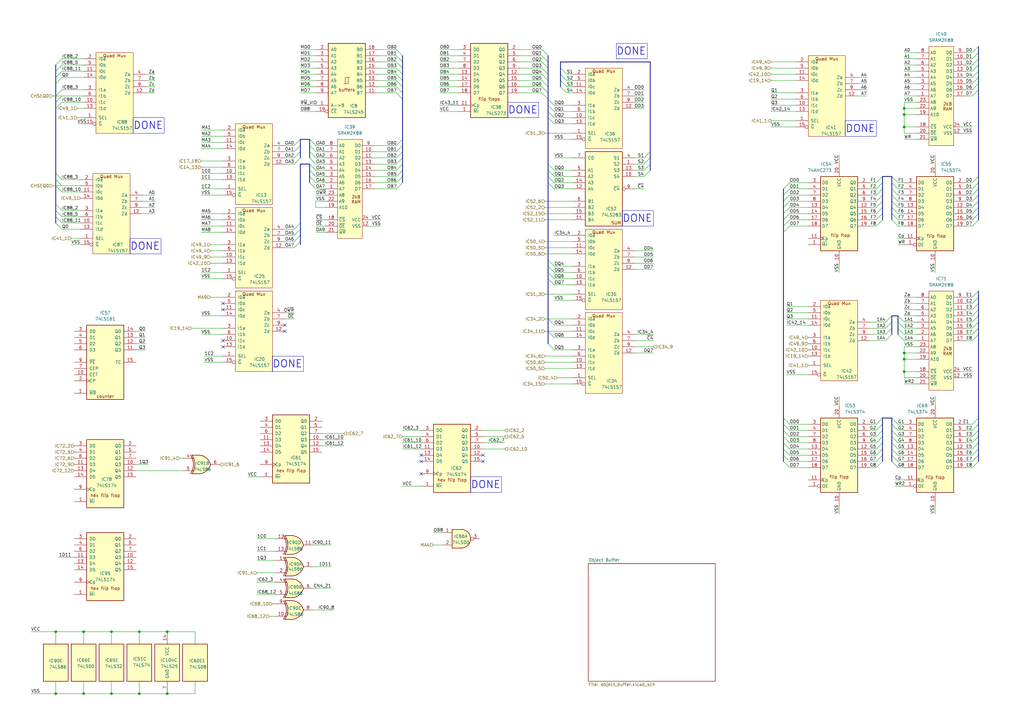
<source format=kicad_sch>
(kicad_sch (version 20231120) (generator "eeschema") (generator_version "8.0")
  (paper "A3")
  (title_block (title "Object RAM") (company "JOTEGO"))
  (junction (at 370.84 152.4))
  (junction (at 22.86 259.08))
  (junction (at 57.15 284.48))
  (junction (at 370.84 144.78))
  (junction (at 57.15 259.08))
  (junction (at 68.58 259.08))
  (junction (at 34.29 259.08))
  (junction (at 370.84 52.07))
  (junction (at 45.72 284.48))
  (junction (at 370.84 147.32))
  (junction (at 370.84 46.99))
  (junction (at 68.58 284.48))
  (junction (at 370.84 44.45))
  (junction (at 45.72 259.08))
  (junction (at 34.29 284.48))
  (junction (at 22.86 284.48))
  (no_connect (at 172.72 189.23))
  (no_connect (at 116.84 135.89))
  (no_connect (at 91.44 142.24))
  (no_connect (at 172.72 194.31))
  (no_connect (at 91.44 139.7))
  (no_connect (at 172.72 186.69))
  (no_connect (at 91.44 127))
  (no_connect (at 91.44 124.46))
  (no_connect (at 198.12 186.69))
  (no_connect (at 198.12 189.23))
  (no_connect (at 116.84 133.35))
  (bus_entry (at 120.65 59.69) (size 2.54 -2.54))
  (bus_entry (at 368.3 181.61) (size -2.54 -2.54))
  (bus_entry (at 398.78 36.83) (size 2.54 -2.54))
  (bus_entry (at 321.31 82.55) (size 2.54 -2.54))
  (bus_entry (at 229.87 35.56) (size 2.54 2.54))
  (bus_entry (at 398.78 127) (size 2.54 -2.54))
  (bus_entry (at 398.78 129.54) (size 2.54 -2.54))
  (bus_entry (at 321.31 173.99) (size 2.54 2.54))
  (bus_entry (at 129.54 67.31) (size -2.54 -2.54))
  (bus_entry (at 368.3 134.62) (size 2.54 2.54))
  (bus_entry (at 120.65 99.06) (size 2.54 -2.54))
  (bus_entry (at 368.3 74.93) (size -2.54 -2.54))
  (bus_entry (at 229.87 30.48) (size 2.54 2.54))
  (bus_entry (at 359.41 186.69) (size 2.54 -2.54))
  (bus_entry (at 264.16 67.31) (size 2.54 -2.54))
  (bus_entry (at 120.65 67.31) (size 2.54 -2.54))
  (bus_entry (at 398.78 134.62) (size 2.54 -2.54))
  (bus_entry (at 368.3 191.77) (size -2.54 -2.54))
  (bus_entry (at 398.78 85.09) (size 2.54 -2.54))
  (bus_entry (at 398.78 181.61) (size 2.54 -2.54))
  (bus_entry (at 368.3 82.55) (size -2.54 -2.54))
  (bus_entry (at 22.86 26.67) (size 2.54 -2.54))
  (bus_entry (at 359.41 181.61) (size 2.54 -2.54))
  (bus_entry (at 398.78 74.93) (size 2.54 -2.54))
  (bus_entry (at 264.16 64.77) (size 2.54 -2.54))
  (bus_entry (at 162.56 35.56) (size 2.54 2.54))
  (bus_entry (at 359.41 87.63) (size 2.54 -2.54))
  (bus_entry (at 359.41 74.93) (size 2.54 -2.54))
  (bus_entry (at 162.56 22.86) (size 2.54 2.54))
  (bus_entry (at 359.41 179.07) (size 2.54 -2.54))
  (bus_entry (at 368.3 173.99) (size -2.54 -2.54))
  (bus_entry (at 398.78 189.23) (size 2.54 -2.54))
  (bus_entry (at 321.31 85.09) (size 2.54 -2.54))
  (bus_entry (at 398.78 24.13) (size 2.54 -2.54))
  (bus_entry (at 398.78 39.37) (size 2.54 -2.54))
  (bus_entry (at 321.31 181.61) (size 2.54 2.54))
  (bus_entry (at 22.86 91.44) (size 2.54 2.54))
  (bus_entry (at 129.54 64.77) (size -2.54 -2.54))
  (bus_entry (at 224.79 106.68) (size 2.54 2.54))
  (bus_entry (at 127 67.31) (size 2.54 2.54))
  (bus_entry (at 224.79 69.85) (size 2.54 2.54))
  (bus_entry (at 398.78 77.47) (size 2.54 -2.54))
  (bus_entry (at 321.31 87.63) (size 2.54 -2.54))
  (bus_entry (at 368.3 129.54) (size 2.54 2.54))
  (bus_entry (at 162.56 27.94) (size 2.54 2.54))
  (bus_entry (at 222.25 27.94) (size 2.54 2.54))
  (bus_entry (at 321.31 179.07) (size 2.54 2.54))
  (bus_entry (at 222.25 25.4) (size 2.54 2.54))
  (bus_entry (at 222.25 20.32) (size 2.54 2.54))
  (bus_entry (at 22.86 88.9) (size 2.54 2.54))
  (bus_entry (at 363.22 139.7) (size 2.54 -2.54))
  (bus_entry (at 368.3 132.08) (size 2.54 2.54))
  (bus_entry (at 368.3 92.71) (size -2.54 -2.54))
  (bus_entry (at 398.78 176.53) (size 2.54 -2.54))
  (bus_entry (at 398.78 139.7) (size 2.54 -2.54))
  (bus_entry (at 398.78 137.16) (size 2.54 -2.54))
  (bus_entry (at 22.86 83.82) (size 2.54 2.54))
  (bus_entry (at 398.78 87.63) (size 2.54 -2.54))
  (bus_entry (at 321.31 80.01) (size 2.54 -2.54))
  (bus_entry (at 162.56 77.47) (size 2.54 -2.54))
  (bus_entry (at 222.25 22.86) (size 2.54 2.54))
  (bus_entry (at 224.79 135.89) (size 2.54 2.54))
  (bus_entry (at 22.86 34.29) (size 2.54 -2.54))
  (bus_entry (at 162.56 20.32) (size 2.54 2.54))
  (bus_entry (at 162.56 72.39) (size 2.54 -2.54))
  (bus_entry (at 224.79 40.64) (size 2.54 2.54))
  (bus_entry (at 321.31 184.15) (size 2.54 2.54))
  (bus_entry (at 359.41 191.77) (size 2.54 -2.54))
  (bus_entry (at 359.41 77.47) (size 2.54 -2.54))
  (bus_entry (at 398.78 26.67) (size 2.54 -2.54))
  (bus_entry (at 368.3 87.63) (size -2.54 -2.54))
  (bus_entry (at 129.54 62.23) (size -2.54 -2.54))
  (bus_entry (at 363.22 132.08) (size 2.54 -2.54))
  (bus_entry (at 368.3 80.01) (size -2.54 -2.54))
  (bus_entry (at 162.56 25.4) (size 2.54 2.54))
  (bus_entry (at 229.87 27.94) (size 2.54 2.54))
  (bus_entry (at 127 74.93) (size 2.54 2.54))
  (bus_entry (at 398.78 80.01) (size 2.54 -2.54))
  (bus_entry (at 224.79 111.76) (size 2.54 2.54))
  (bus_entry (at 22.86 71.12) (size 2.54 2.54))
  (bus_entry (at 398.78 90.17) (size 2.54 -2.54))
  (bus_entry (at 129.54 59.69) (size -2.54 -2.54))
  (bus_entry (at 162.56 64.77) (size 2.54 -2.54))
  (bus_entry (at 120.65 101.6) (size 2.54 -2.54))
  (bus_entry (at 398.78 82.55) (size 2.54 -2.54))
  (bus_entry (at 224.79 109.22) (size 2.54 2.54))
  (bus_entry (at 321.31 95.25) (size 2.54 -2.54))
  (bus_entry (at 22.86 44.45) (size 2.54 -2.54))
  (bus_entry (at 398.78 31.75) (size 2.54 -2.54))
  (bus_entry (at 368.3 77.47) (size -2.54 -2.54))
  (bus_entry (at 162.56 69.85) (size 2.54 -2.54))
  (bus_entry (at 222.25 30.48) (size 2.54 2.54))
  (bus_entry (at 368.3 179.07) (size -2.54 -2.54))
  (bus_entry (at 359.41 184.15) (size 2.54 -2.54))
  (bus_entry (at 229.87 33.02) (size 2.54 2.54))
  (bus_entry (at 398.78 121.92) (size 2.54 -2.54))
  (bus_entry (at 224.79 130.81) (size 2.54 2.54))
  (bus_entry (at 359.41 189.23) (size 2.54 -2.54))
  (bus_entry (at 398.78 179.07) (size 2.54 -2.54))
  (bus_entry (at 368.3 176.53) (size -2.54 -2.54))
  (bus_entry (at 22.86 86.36) (size 2.54 2.54))
  (bus_entry (at 363.22 137.16) (size 2.54 -2.54))
  (bus_entry (at 321.31 77.47) (size 2.54 -2.54))
  (bus_entry (at 321.31 189.23) (size 2.54 2.54))
  (bus_entry (at 321.31 186.69) (size 2.54 2.54))
  (bus_entry (at 321.31 176.53) (size 2.54 2.54))
  (bus_entry (at 368.3 85.09) (size -2.54 -2.54))
  (bus_entry (at 368.3 137.16) (size 2.54 2.54))
  (bus_entry (at 120.65 64.77) (size 2.54 -2.54))
  (bus_entry (at 127 72.39) (size 2.54 2.54))
  (bus_entry (at 398.78 184.15) (size 2.54 -2.54))
  (bus_entry (at 264.16 69.85) (size 2.54 -2.54))
  (bus_entry (at 398.78 124.46) (size 2.54 -2.54))
  (bus_entry (at 359.41 173.99) (size 2.54 -2.54))
  (bus_entry (at 363.22 134.62) (size 2.54 -2.54))
  (bus_entry (at 321.31 92.71) (size 2.54 -2.54))
  (bus_entry (at 162.56 33.02) (size 2.54 2.54))
  (bus_entry (at 162.56 67.31) (size 2.54 -2.54))
  (bus_entry (at 398.78 186.69) (size 2.54 -2.54))
  (bus_entry (at 359.41 90.17) (size 2.54 -2.54))
  (bus_entry (at 162.56 59.69) (size 2.54 -2.54))
  (bus_entry (at 398.78 34.29) (size 2.54 -2.54))
  (bus_entry (at 368.3 184.15) (size -2.54 -2.54))
  (bus_entry (at 162.56 38.1) (size 2.54 2.54))
  (bus_entry (at 22.86 31.75) (size 2.54 -2.54))
  (bus_entry (at 368.3 90.17) (size -2.54 -2.54))
  (bus_entry (at 22.86 39.37) (size 2.54 -2.54))
  (bus_entry (at 224.79 72.39) (size 2.54 2.54))
  (bus_entry (at 368.3 186.69) (size -2.54 -2.54))
  (bus_entry (at 224.79 48.26) (size 2.54 2.54))
  (bus_entry (at 359.41 92.71) (size 2.54 -2.54))
  (bus_entry (at 368.3 189.23) (size -2.54 -2.54))
  (bus_entry (at 224.79 45.72) (size 2.54 2.54))
  (bus_entry (at 22.86 73.66) (size 2.54 2.54))
  (bus_entry (at 398.78 132.08) (size 2.54 -2.54))
  (bus_entry (at 127 69.85) (size 2.54 2.54))
  (bus_entry (at 120.65 93.98) (size 2.54 -2.54))
  (bus_entry (at 22.86 41.91) (size 2.54 -2.54))
  (bus_entry (at 224.79 74.93) (size 2.54 2.54))
  (bus_entry (at 321.31 171.45) (size 2.54 2.54))
  (bus_entry (at 398.78 29.21) (size 2.54 -2.54))
  (bus_entry (at 120.65 96.52) (size 2.54 -2.54))
  (bus_entry (at 359.41 82.55) (size 2.54 -2.54))
  (bus_entry (at 222.25 35.56) (size 2.54 2.54))
  (bus_entry (at 162.56 30.48) (size 2.54 2.54))
  (bus_entry (at 359.41 80.01) (size 2.54 -2.54))
  (bus_entry (at 264.16 72.39) (size 2.54 -2.54))
  (bus_entry (at 359.41 176.53) (size 2.54 -2.54))
  (bus_entry (at 22.86 29.21) (size 2.54 -2.54))
  (bus_entry (at 224.79 140.97) (size 2.54 2.54))
  (bus_entry (at 398.78 191.77) (size 2.54 -2.54))
  (bus_entry (at 222.25 38.1) (size 2.54 2.54))
  (bus_entry (at 162.56 74.93) (size 2.54 -2.54))
  (bus_entry (at 398.78 173.99) (size 2.54 -2.54))
  (bus_entry (at 398.78 21.59) (size 2.54 -2.54))
  (bus_entry (at 321.31 90.17) (size 2.54 -2.54))
  (bus_entry (at 22.86 76.2) (size 2.54 2.54))
  (bus_entry (at 162.56 62.23) (size 2.54 -2.54))
  (bus_entry (at 398.78 92.71) (size 2.54 -2.54))
  (bus_entry (at 224.79 114.3) (size 2.54 2.54))
  (bus_entry (at 224.79 43.18) (size 2.54 2.54))
  (bus_entry (at 224.79 67.31) (size 2.54 2.54))
  (bus_entry (at 222.25 33.02) (size 2.54 2.54))
  (bus_entry (at 120.65 62.23) (size 2.54 -2.54))
  (bus_entry (at 359.41 85.09) (size 2.54 -2.54))
  (wire (pts (xy 398.78 176.53) (xy 396.24 176.53)))
  (bus (pts (xy 401.32 29.21) (xy 401.32 31.75)))
  (wire (pts (xy 316.23 43.18) (xy 326.39 43.18)))
  (bus (pts (xy 365.76 171.45) (xy 361.95 171.45)))
  (wire (pts (xy 322.58 125.73) (xy 331.47 125.73)))
  (wire (pts (xy 116.84 96.52) (xy 120.65 96.52)))
  (wire (pts (xy 154.94 33.02) (xy 162.56 33.02)))
  (wire (pts (xy 101.6 195.58) (xy 106.68 195.58)))
  (wire (pts (xy 120.65 67.31) (xy 116.84 67.31)))
  (wire (pts (xy 12.7 259.08) (xy 22.86 259.08)))
  (wire (pts (xy 344.17 63.5) (xy 344.17 67.31)))
  (wire (pts (xy 375.92 41.91) (xy 370.84 41.91)))
  (wire (pts (xy 370.84 41.91) (xy 370.84 44.45)))
  (wire (pts (xy 22.86 76.2) (xy 25.4 76.2)))
  (bus (pts (xy 321.31 179.07) (xy 321.31 181.61)))
  (bus (pts (xy 401.32 24.13) (xy 401.32 26.67)))
  (wire (pts (xy 129.54 72.39) (xy 133.35 72.39)))
  (wire (pts (xy 82.55 137.16) (xy 91.44 137.16)))
  (wire (pts (xy 370.84 54.61) (xy 375.92 54.61)))
  (bus (pts (xy 165.1 69.85) (xy 165.1 72.39)))
  (wire (pts (xy 83.82 146.05) (xy 91.44 146.05)))
  (bus (pts (xy 123.19 57.15) (xy 127 57.15)))
  (wire (pts (xy 398.78 29.21) (xy 396.24 29.21)))
  (wire (pts (xy 359.41 191.77) (xy 356.87 191.77)))
  (bus (pts (xy 22.86 71.12) (xy 22.86 73.66)))
  (wire (pts (xy 227.33 72.39) (xy 234.95 72.39)))
  (wire (pts (xy 223.52 85.09) (xy 234.95 85.09)))
  (bus (pts (xy 401.32 80.01) (xy 401.32 82.55)))
  (wire (pts (xy 359.41 181.61) (xy 356.87 181.61)))
  (bus (pts (xy 229.87 27.94) (xy 229.87 30.48)))
  (bus (pts (xy 401.32 137.16) (xy 401.32 171.45)))
  (wire (pts (xy 363.22 137.16) (xy 356.87 137.16)))
  (wire (pts (xy 57.15 259.08) (xy 68.58 259.08)))
  (wire (pts (xy 63.5 33.02) (xy 59.69 33.02)))
  (bus (pts (xy 365.76 87.63) (xy 365.76 85.09)))
  (wire (pts (xy 180.34 43.18) (xy 187.96 43.18)))
  (wire (pts (xy 82.55 87.63) (xy 91.44 87.63)))
  (wire (pts (xy 370.84 121.92) (xy 375.92 121.92)))
  (bus (pts (xy 365.76 74.93) (xy 365.76 72.39)))
  (wire (pts (xy 156.21 92.71) (xy 151.13 92.71)))
  (bus (pts (xy 127 69.85) (xy 127 67.31)))
  (bus (pts (xy 229.87 33.02) (xy 229.87 35.56)))
  (wire (pts (xy 80.01 284.48) (xy 68.58 284.48)))
  (bus (pts (xy 368.3 129.54) (xy 368.3 132.08)))
  (wire (pts (xy 370.84 24.13) (xy 375.92 24.13)))
  (wire (pts (xy 105.41 243.84) (xy 113.03 243.84)))
  (wire (pts (xy 370.84 129.54) (xy 375.92 129.54)))
  (wire (pts (xy 227.33 143.51) (xy 234.95 143.51)))
  (wire (pts (xy 45.72 284.48) (xy 57.15 284.48)))
  (wire (pts (xy 368.3 97.79) (xy 370.84 97.79)))
  (bus (pts (xy 401.32 87.63) (xy 401.32 90.17)))
  (wire (pts (xy 63.5 38.1) (xy 59.69 38.1)))
  (wire (pts (xy 323.85 82.55) (xy 331.47 82.55)))
  (bus (pts (xy 321.31 90.17) (xy 321.31 92.71)))
  (wire (pts (xy 207.01 184.15) (xy 198.12 184.15)))
  (bus (pts (xy 224.79 106.68) (xy 224.79 109.22)))
  (bus (pts (xy 127 62.23) (xy 127 64.77)))
  (wire (pts (xy 260.35 72.39) (xy 264.16 72.39)))
  (wire (pts (xy 316.23 25.4) (xy 326.39 25.4)))
  (wire (pts (xy 153.67 64.77) (xy 162.56 64.77)))
  (wire (pts (xy 223.52 104.14) (xy 234.95 104.14)))
  (wire (pts (xy 82.55 55.88) (xy 91.44 55.88)))
  (bus (pts (xy 123.19 91.44) (xy 123.19 93.98)))
  (bus (pts (xy 401.32 124.46) (xy 401.32 121.92)))
  (bus (pts (xy 401.32 21.59) (xy 401.32 24.13)))
  (wire (pts (xy 375.92 142.24) (xy 370.84 142.24)))
  (wire (pts (xy 22.86 279.4) (xy 22.86 284.48)))
  (wire (pts (xy 398.78 90.17) (xy 396.24 90.17)))
  (wire (pts (xy 55.88 193.04) (xy 74.93 193.04)))
  (wire (pts (xy 34.29 279.4) (xy 34.29 284.48)))
  (wire (pts (xy 123.19 27.94) (xy 129.54 27.94)))
  (wire (pts (xy 398.78 36.83) (xy 396.24 36.83)))
  (wire (pts (xy 267.97 142.24) (xy 260.35 142.24)))
  (wire (pts (xy 129.54 85.09) (xy 133.35 85.09)))
  (wire (pts (xy 123.19 33.02) (xy 129.54 33.02)))
  (wire (pts (xy 129.54 62.23) (xy 133.35 62.23)))
  (wire (pts (xy 31.75 44.45) (xy 34.29 44.45)))
  (bus (pts (xy 123.19 64.77) (xy 123.19 62.23)))
  (wire (pts (xy 123.19 35.56) (xy 129.54 35.56)))
  (wire (pts (xy 177.8 218.44) (xy 181.61 218.44)))
  (wire (pts (xy 368.3 173.99) (xy 370.84 173.99)))
  (wire (pts (xy 368.3 191.77) (xy 370.84 191.77)))
  (wire (pts (xy 232.41 38.1) (xy 234.95 38.1)))
  (wire (pts (xy 59.69 143.51) (xy 55.88 143.51)))
  (bus (pts (xy 321.31 80.01) (xy 321.31 82.55)))
  (bus (pts (xy 123.19 93.98) (xy 123.19 96.52)))
  (wire (pts (xy 370.84 36.83) (xy 375.92 36.83)))
  (wire (pts (xy 129.54 90.17) (xy 133.35 90.17)))
  (wire (pts (xy 322.58 153.67) (xy 331.47 153.67)))
  (wire (pts (xy 398.78 127) (xy 396.24 127)))
  (bus (pts (xy 165.1 35.56) (xy 165.1 38.1)))
  (wire (pts (xy 398.78 85.09) (xy 396.24 85.09)))
  (bus (pts (xy 401.32 171.45) (xy 401.32 173.99)))
  (bus (pts (xy 165.1 67.31) (xy 165.1 69.85)))
  (wire (pts (xy 359.41 179.07) (xy 356.87 179.07)))
  (wire (pts (xy 370.84 144.78) (xy 375.92 144.78)))
  (wire (pts (xy 59.69 138.43) (xy 55.88 138.43)))
  (wire (pts (xy 398.78 82.55) (xy 396.24 82.55)))
  (wire (pts (xy 222.25 33.02) (xy 213.36 33.02)))
  (bus (pts (xy 368.3 134.62) (xy 368.3 137.16)))
  (wire (pts (xy 57.15 284.48) (xy 68.58 284.48)))
  (wire (pts (xy 368.3 85.09) (xy 370.84 85.09)))
  (bus (pts (xy 401.32 36.83) (xy 401.32 72.39)))
  (wire (pts (xy 153.67 62.23) (xy 162.56 62.23)))
  (wire (pts (xy 355.6 31.75) (xy 351.79 31.75)))
  (bus (pts (xy 123.19 67.31) (xy 123.19 91.44)))
  (wire (pts (xy 24.13 228.6) (xy 30.48 228.6)))
  (wire (pts (xy 222.25 27.94) (xy 213.36 27.94)))
  (wire (pts (xy 223.52 54.61) (xy 234.95 54.61)))
  (wire (pts (xy 398.78 129.54) (xy 396.24 129.54)))
  (bus (pts (xy 361.95 173.99) (xy 361.95 176.53)))
  (wire (pts (xy 73.66 187.96) (xy 74.93 187.96)))
  (bus (pts (xy 401.32 74.93) (xy 401.32 77.47)))
  (bus (pts (xy 365.76 176.53) (xy 365.76 173.99)))
  (wire (pts (xy 363.22 134.62) (xy 356.87 134.62)))
  (wire (pts (xy 359.41 92.71) (xy 356.87 92.71)))
  (wire (pts (xy 180.34 30.48) (xy 187.96 30.48)))
  (wire (pts (xy 368.3 181.61) (xy 370.84 181.61)))
  (wire (pts (xy 154.94 38.1) (xy 162.56 38.1)))
  (bus (pts (xy 365.76 173.99) (xy 365.76 171.45)))
  (bus (pts (xy 165.1 38.1) (xy 165.1 40.64)))
  (bus (pts (xy 361.95 80.01) (xy 361.95 82.55)))
  (wire (pts (xy 153.67 77.47) (xy 162.56 77.47)))
  (wire (pts (xy 401.32 31.75) (xy 401.32 34.29)))
  (wire (pts (xy 22.86 284.48) (xy 34.29 284.48)))
  (wire (pts (xy 129.54 69.85) (xy 133.35 69.85)))
  (bus (pts (xy 361.95 87.63) (xy 361.95 90.17)))
  (bus (pts (xy 224.79 130.81) (xy 224.79 135.89)))
  (wire (pts (xy 123.19 20.32) (xy 129.54 20.32)))
  (wire (pts (xy 316.23 52.07) (xy 326.39 52.07)))
  (wire (pts (xy 12.7 284.48) (xy 22.86 284.48)))
  (wire (pts (xy 398.78 137.16) (xy 396.24 137.16)))
  (bus (pts (xy 321.31 173.99) (xy 321.31 176.53)))
  (wire (pts (xy 359.41 77.47) (xy 356.87 77.47)))
  (wire (pts (xy 82.55 53.34) (xy 91.44 53.34)))
  (wire (pts (xy 398.78 186.69) (xy 396.24 186.69)))
  (wire (pts (xy 227.33 133.35) (xy 234.95 133.35)))
  (wire (pts (xy 398.78 134.62) (xy 396.24 134.62)))
  (wire (pts (xy 86.36 100.33) (xy 91.44 100.33)))
  (bus (pts (xy 224.79 38.1) (xy 224.79 40.64)))
  (wire (pts (xy 267.97 137.16) (xy 260.35 137.16)))
  (wire (pts (xy 367.03 199.39) (xy 370.84 199.39)))
  (wire (pts (xy 323.85 173.99) (xy 331.47 173.99)))
  (wire (pts (xy 363.22 132.08) (xy 356.87 132.08)))
  (bus (pts (xy 224.79 33.02) (xy 224.79 35.56)))
  (wire (pts (xy 370.84 124.46) (xy 375.92 124.46)))
  (wire (pts (xy 264.16 44.45) (xy 260.35 44.45)))
  (wire (pts (xy 153.67 72.39) (xy 162.56 72.39)))
  (wire (pts (xy 222.25 35.56) (xy 213.36 35.56)))
  (bus (pts (xy 266.7 69.85) (xy 266.7 67.31)))
  (wire (pts (xy 86.36 102.87) (xy 91.44 102.87)))
  (wire (pts (xy 316.23 45.72) (xy 326.39 45.72)))
  (bus (pts (xy 401.32 176.53) (xy 401.32 179.07)))
  (bus (pts (xy 401.32 19.05) (xy 401.32 21.59)))
  (wire (pts (xy 222.25 20.32) (xy 213.36 20.32)))
  (wire (pts (xy 86.36 121.92) (xy 91.44 121.92)))
  (wire (pts (xy 22.86 39.37) (xy 25.4 39.37)))
  (wire (pts (xy 398.78 87.63) (xy 396.24 87.63)))
  (wire (pts (xy 323.85 176.53) (xy 331.47 176.53)))
  (wire (pts (xy 31.75 50.8) (xy 34.29 50.8)))
  (wire (pts (xy 111.76 247.65) (xy 113.03 247.65)))
  (wire (pts (xy 207.01 181.61) (xy 198.12 181.61)))
  (wire (pts (xy 267.97 110.49) (xy 260.35 110.49)))
  (wire (pts (xy 116.84 101.6) (xy 120.65 101.6)))
  (wire (pts (xy 78.74 134.62) (xy 91.44 134.62)))
  (bus (pts (xy 365.76 72.39) (xy 361.95 72.39)))
  (wire (pts (xy 323.85 74.93) (xy 331.47 74.93)))
  (bus (pts (xy 361.95 72.39) (xy 361.95 74.93)))
  (wire (pts (xy 368.3 77.47) (xy 370.84 77.47)))
  (wire (pts (xy 370.84 154.94) (xy 375.92 154.94)))
  (wire (pts (xy 227.33 96.52) (xy 234.95 96.52)))
  (wire (pts (xy 398.78 24.13) (xy 396.24 24.13)))
  (wire (pts (xy 359.41 176.53) (xy 356.87 176.53)))
  (bus (pts (xy 224.79 74.93) (xy 224.79 106.68)))
  (wire (pts (xy 105.41 226.06) (xy 113.03 226.06)))
  (wire (pts (xy 154.94 27.94) (xy 162.56 27.94)))
  (wire (pts (xy 57.15 264.16) (xy 57.15 259.08)))
  (bus (pts (xy 401.32 34.29) (xy 401.32 36.83)))
  (wire (pts (xy 393.7 52.07) (xy 398.78 52.07)))
  (wire (pts (xy 180.34 33.02) (xy 187.96 33.02)))
  (bus (pts (xy 165.1 40.64) (xy 165.1 57.15)))
  (bus (pts (xy 165.1 25.4) (xy 165.1 27.94)))
  (bus (pts (xy 127 59.69) (xy 127 62.23)))
  (wire (pts (xy 153.67 67.31) (xy 162.56 67.31)))
  (wire (pts (xy 223.52 146.05) (xy 234.95 146.05)))
  (bus (pts (xy 401.32 129.54) (xy 401.32 127)))
  (wire (pts (xy 25.4 91.44) (xy 33.02 91.44)))
  (bus (pts (xy 224.79 40.64) (xy 224.79 43.18)))
  (wire (pts (xy 180.34 27.94) (xy 187.96 27.94)))
  (bus (pts (xy 361.95 74.93) (xy 361.95 77.47)))
  (wire (pts (xy 228.6 154.94) (xy 234.95 154.94)))
  (wire (pts (xy 227.33 111.76) (xy 234.95 111.76)))
  (wire (pts (xy 110.49 252.73) (xy 113.03 252.73)))
  (wire (pts (xy 25.4 73.66) (xy 33.02 73.66)))
  (wire (pts (xy 368.3 90.17) (xy 370.84 90.17)))
  (wire (pts (xy 123.19 43.18) (xy 129.54 43.18)))
  (wire (pts (xy 370.84 137.16) (xy 375.92 137.16)))
  (wire (pts (xy 82.55 90.17) (xy 91.44 90.17)))
  (wire (pts (xy 323.85 179.07) (xy 331.47 179.07)))
  (wire (pts (xy 105.41 238.76) (xy 113.03 238.76)))
  (wire (pts (xy 137.16 250.19) (xy 128.27 250.19)))
  (wire (pts (xy 322.58 133.35) (xy 331.47 133.35)))
  (wire (pts (xy 323.85 87.63) (xy 331.47 87.63)))
  (wire (pts (xy 21.59 76.2) (xy 22.86 76.2)))
  (bus (pts (xy 224.79 22.86) (xy 224.79 25.4)))
  (bus (pts (xy 165.1 57.15) (xy 165.1 59.69)))
  (bus (pts (xy 224.79 69.85) (xy 224.79 72.39)))
  (bus (pts (xy 22.86 39.37) (xy 22.86 41.91)))
  (wire (pts (xy 227.33 114.3) (xy 234.95 114.3)))
  (bus (pts (xy 165.1 30.48) (xy 165.1 33.02)))
  (wire (pts (xy 165.1 176.53) (xy 172.72 176.53)))
  (bus (pts (xy 401.32 173.99) (xy 401.32 176.53)))
  (wire (pts (xy 227.33 50.8) (xy 234.95 50.8)))
  (wire (pts (xy 264.16 39.37) (xy 260.35 39.37)))
  (wire (pts (xy 21.59 39.37) (xy 22.86 39.37)))
  (wire (pts (xy 363.22 139.7) (xy 356.87 139.7)))
  (bus (pts (xy 401.32 186.69) (xy 401.32 189.23)))
  (wire (pts (xy 82.55 111.76) (xy 91.44 111.76)))
  (wire (pts (xy 355.6 34.29) (xy 351.79 34.29)))
  (bus (pts (xy 224.79 109.22) (xy 224.79 111.76)))
  (wire (pts (xy 223.52 148.59) (xy 234.95 148.59)))
  (wire (pts (xy 398.78 121.92) (xy 396.24 121.92)))
  (wire (pts (xy 383.54 162.56) (xy 383.54 166.37)))
  (wire (pts (xy 63.5 85.09) (xy 58.42 85.09)))
  (wire (pts (xy 180.34 45.72) (xy 187.96 45.72)))
  (wire (pts (xy 83.82 148.59) (xy 91.44 148.59)))
  (wire (pts (xy 25.4 78.74) (xy 33.02 78.74)))
  (wire (pts (xy 31.75 48.26) (xy 34.29 48.26)))
  (bus (pts (xy 401.32 181.61) (xy 401.32 184.15)))
  (bus (pts (xy 165.1 59.69) (xy 165.1 62.23)))
  (wire (pts (xy 63.5 35.56) (xy 59.69 35.56)))
  (bus (pts (xy 365.76 80.01) (xy 365.76 77.47)))
  (wire (pts (xy 154.94 35.56) (xy 162.56 35.56)))
  (wire (pts (xy 316.23 38.1) (xy 326.39 38.1)))
  (wire (pts (xy 227.33 123.19) (xy 234.95 123.19)))
  (wire (pts (xy 227.33 109.22) (xy 234.95 109.22)))
  (wire (pts (xy 123.19 25.4) (xy 129.54 25.4)))
  (bus (pts (xy 365.76 90.17) (xy 365.76 87.63)))
  (wire (pts (xy 133.35 82.55) (xy 129.54 82.55)))
  (wire (pts (xy 180.34 22.86) (xy 187.96 22.86)))
  (bus (pts (xy 165.1 27.94) (xy 165.1 30.48)))
  (bus (pts (xy 229.87 30.48) (xy 229.87 33.02)))
  (wire (pts (xy 22.86 259.08) (xy 34.29 259.08)))
  (wire (pts (xy 59.69 140.97) (xy 55.88 140.97)))
  (wire (pts (xy 264.16 77.47) (xy 260.35 77.47)))
  (bus (pts (xy 123.19 59.69) (xy 123.19 57.15)))
  (wire (pts (xy 396.24 173.99) (xy 398.78 173.99)))
  (wire (pts (xy 368.3 189.23) (xy 370.84 189.23)))
  (bus (pts (xy 401.32 85.09) (xy 401.32 87.63)))
  (wire (pts (xy 140.97 180.34) (xy 132.08 180.34)))
  (wire (pts (xy 129.54 74.93) (xy 133.35 74.93)))
  (bus (pts (xy 224.79 45.72) (xy 224.79 48.26)))
  (bus (pts (xy 365.76 77.47) (xy 365.76 74.93)))
  (bus (pts (xy 224.79 67.31) (xy 224.79 69.85)))
  (wire (pts (xy 398.78 189.23) (xy 396.24 189.23)))
  (wire (pts (xy 260.35 69.85) (xy 264.16 69.85)))
  (wire (pts (xy 370.84 26.67) (xy 375.92 26.67)))
  (bus (pts (xy 165.1 22.86) (xy 165.1 25.4)))
  (wire (pts (xy 45.72 264.16) (xy 45.72 259.08)))
  (wire (pts (xy 80.01 279.4) (xy 80.01 284.48)))
  (wire (pts (xy 25.4 29.21) (xy 34.29 29.21)))
  (wire (pts (xy 207.01 179.07) (xy 198.12 179.07)))
  (wire (pts (xy 116.84 99.06) (xy 120.65 99.06)))
  (wire (pts (xy 154.94 20.32) (xy 162.56 20.32)))
  (wire (pts (xy 129.54 77.47) (xy 133.35 77.47)))
  (bus (pts (xy 127 57.15) (xy 127 59.69)))
  (wire (pts (xy 227.33 69.85) (xy 234.95 69.85)))
  (wire (pts (xy 398.78 132.08) (xy 396.24 132.08)))
  (bus (pts (xy 321.31 77.47) (xy 321.31 80.01)))
  (wire (pts (xy 401.32 24.13) (xy 401.32 26.67)))
  (wire (pts (xy 368.3 74.93) (xy 370.84 74.93)))
  (bus (pts (xy 22.86 31.75) (xy 22.86 34.29)))
  (wire (pts (xy 398.78 154.94) (xy 393.7 154.94)))
  (wire (pts (xy 398.78 152.4) (xy 393.7 152.4)))
  (wire (pts (xy 227.33 64.77) (xy 234.95 64.77)))
  (bus (pts (xy 365.76 184.15) (xy 365.76 181.61)))
  (wire (pts (xy 368.3 184.15) (xy 370.84 184.15)))
  (wire (pts (xy 223.52 101.6) (xy 234.95 101.6)))
  (wire (pts (xy 359.41 82.55) (xy 356.87 82.55)))
  (wire (pts (xy 34.29 259.08) (xy 45.72 259.08)))
  (bus (pts (xy 401.32 132.08) (xy 401.32 129.54)))
  (bus (pts (xy 401.32 82.55) (xy 401.32 85.09)))
  (bus (pts (xy 224.79 35.56) (xy 224.79 38.1)))
  (bus (pts (xy 361.95 176.53) (xy 361.95 179.07)))
  (wire (pts (xy 267.97 144.78) (xy 260.35 144.78)))
  (wire (pts (xy 323.85 90.17) (xy 331.47 90.17)))
  (wire (pts (xy 223.52 135.89) (xy 224.79 135.89)))
  (wire (pts (xy 82.55 114.3) (xy 91.44 114.3)))
  (bus (pts (xy 22.86 76.2) (xy 22.86 83.82)))
  (bus (pts (xy 365.76 179.07) (xy 365.76 176.53)))
  (wire (pts (xy 153.67 59.69) (xy 162.56 59.69)))
  (wire (pts (xy 222.25 38.1) (xy 213.36 38.1)))
  (wire (pts (xy 370.84 31.75) (xy 375.92 31.75)))
  (bus (pts (xy 266.7 62.23) (xy 266.7 25.4)))
  (bus (pts (xy 401.32 137.16) (xy 401.32 134.62)))
  (bus (pts (xy 365.76 85.09) (xy 365.76 82.55)))
  (wire (pts (xy 82.55 95.25) (xy 91.44 95.25)))
  (wire (pts (xy 368.3 100.33) (xy 370.84 100.33)))
  (wire (pts (xy 227.33 77.47) (xy 234.95 77.47)))
  (bus (pts (xy 365.76 137.16) (xy 365.76 134.62)))
  (bus (pts (xy 321.31 82.55) (xy 321.31 85.09)))
  (wire (pts (xy 359.41 74.93) (xy 356.87 74.93)))
  (wire (pts (xy 344.17 207.01) (xy 344.17 210.82)))
  (wire (pts (xy 86.36 107.95) (xy 91.44 107.95)))
  (wire (pts (xy 370.84 152.4) (xy 370.84 154.94)))
  (bus (pts (xy 401.32 121.92) (xy 401.32 119.38)))
  (bus (pts (xy 401.32 77.47) (xy 401.32 80.01)))
  (wire (pts (xy 82.55 68.58) (xy 91.44 68.58)))
  (bus (pts (xy 22.86 41.91) (xy 22.86 44.45)))
  (bus (pts (xy 127 67.31) (xy 123.19 67.31)))
  (bus (pts (xy 22.86 73.66) (xy 22.86 76.2)))
  (wire (pts (xy 401.32 73.66) (xy 401.32 72.39)))
  (wire (pts (xy 370.84 44.45) (xy 370.84 46.99)))
  (wire (pts (xy 63.5 87.63) (xy 58.42 87.63)))
  (bus (pts (xy 365.76 186.69) (xy 365.76 184.15)))
  (wire (pts (xy 25.4 86.36) (xy 33.02 86.36)))
  (wire (pts (xy 370.84 46.99) (xy 370.84 52.07)))
  (bus (pts (xy 22.86 88.9) (xy 22.86 91.44)))
  (bus (pts (xy 365.76 132.08) (xy 365.76 129.54)))
  (wire (pts (xy 316.23 30.48) (xy 326.39 30.48)))
  (wire (pts (xy 323.85 184.15) (xy 331.47 184.15)))
  (wire (pts (xy 370.84 46.99) (xy 375.92 46.99)))
  (wire (pts (xy 323.85 181.61) (xy 331.47 181.61)))
  (wire (pts (xy 398.78 77.47) (xy 396.24 77.47)))
  (wire (pts (xy 359.41 85.09) (xy 356.87 85.09)))
  (wire (pts (xy 370.84 39.37) (xy 375.92 39.37)))
  (bus (pts (xy 365.76 189.23) (xy 365.76 186.69)))
  (bus (pts (xy 321.31 92.71) (xy 321.31 95.25)))
  (wire (pts (xy 180.34 38.1) (xy 187.96 38.1)))
  (wire (pts (xy 359.41 186.69) (xy 356.87 186.69)))
  (wire (pts (xy 323.85 186.69) (xy 331.47 186.69)))
  (wire (pts (xy 223.52 99.06) (xy 234.95 99.06)))
  (wire (pts (xy 323.85 80.01) (xy 331.47 80.01)))
  (wire (pts (xy 68.58 259.08) (xy 80.01 259.08)))
  (bus (pts (xy 401.32 179.07) (xy 401.32 181.61)))
  (wire (pts (xy 398.78 26.67) (xy 396.24 26.67)))
  (wire (pts (xy 398.78 34.29) (xy 396.24 34.29)))
  (wire (pts (xy 120.65 128.27) (xy 116.84 128.27)))
  (wire (pts (xy 154.94 25.4) (xy 162.56 25.4)))
  (wire (pts (xy 59.69 135.89) (xy 55.88 135.89)))
  (bus (pts (xy 365.76 82.55) (xy 365.76 80.01)))
  (wire (pts (xy 57.15 279.4) (xy 57.15 284.48)))
  (wire (pts (xy 323.85 85.09) (xy 331.47 85.09)))
  (bus (pts (xy 401.32 134.62) (xy 401.32 132.08)))
  (bus (pts (xy 123.19 96.52) (xy 123.19 99.06)))
  (wire (pts (xy 398.78 191.77) (xy 396.24 191.77)))
  (wire (pts (xy 370.84 21.59) (xy 375.92 21.59)))
  (wire (pts (xy 82.55 77.47) (xy 91.44 77.47)))
  (wire (pts (xy 401.32 26.67) (xy 401.32 29.21)))
  (wire (pts (xy 224.79 135.89) (xy 234.95 135.89)))
  (bus (pts (xy 224.79 114.3) (xy 224.79 130.81)))
  (wire (pts (xy 25.4 26.67) (xy 34.29 26.67)))
  (wire (pts (xy 368.3 82.55) (xy 370.84 82.55)))
  (wire (pts (xy 223.52 87.63) (xy 234.95 87.63)))
  (wire (pts (xy 260.35 64.77) (xy 264.16 64.77)))
  (wire (pts (xy 135.89 241.3) (xy 128.27 241.3)))
  (wire (pts (xy 355.6 36.83) (xy 351.79 36.83)))
  (wire (pts (xy 129.54 80.01) (xy 133.35 80.01)))
  (wire (pts (xy 370.84 144.78) (xy 370.84 147.32)))
  (bus (pts (xy 401.32 26.67) (xy 401.32 29.21)))
  (wire (pts (xy 370.84 139.7) (xy 375.92 139.7)))
  (wire (pts (xy 227.33 48.26) (xy 234.95 48.26)))
  (wire (pts (xy 227.33 57.15) (xy 234.95 57.15)))
  (bus (pts (xy 229.87 25.4) (xy 229.87 27.94)))
  (wire (pts (xy 316.23 27.94) (xy 326.39 27.94)))
  (wire (pts (xy 370.84 127) (xy 375.92 127)))
  (bus (pts (xy 361.95 179.07) (xy 361.95 181.61)))
  (bus (pts (xy 321.31 87.63) (xy 321.31 90.17)))
  (wire (pts (xy 82.55 80.01) (xy 91.44 80.01)))
  (bus (pts (xy 224.79 30.48) (xy 224.79 33.02)))
  (wire (pts (xy 86.36 105.41) (xy 91.44 105.41)))
  (wire (pts (xy 370.84 157.48) (xy 375.92 157.48)))
  (bus (pts (xy 224.79 72.39) (xy 224.79 74.93)))
  (wire (pts (xy 359.41 184.15) (xy 356.87 184.15)))
  (wire (pts (xy 398.78 39.37) (xy 396.24 39.37)))
  (wire (pts (xy 129.54 67.31) (xy 133.35 67.31)))
  (wire (pts (xy 370.84 132.08) (xy 375.92 132.08)))
  (bus (pts (xy 127 74.93) (xy 127 72.39)))
  (wire (pts (xy 63.5 82.55) (xy 58.42 82.55)))
  (wire (pts (xy 398.78 74.93) (xy 396.24 74.93)))
  (wire (pts (xy 80.01 264.16) (xy 80.01 259.08)))
  (wire (pts (xy 398.78 184.15) (xy 396.24 184.15)))
  (wire (pts (xy 25.4 88.9) (xy 33.02 88.9)))
  (wire (pts (xy 370.84 57.15) (xy 375.92 57.15)))
  (bus (pts (xy 321.31 184.15) (xy 321.31 186.69)))
  (wire (pts (xy 82.55 73.66) (xy 91.44 73.66)))
  (wire (pts (xy 323.85 191.77) (xy 331.47 191.77)))
  (wire (pts (xy 135.89 223.52) (xy 128.27 223.52)))
  (bus (pts (xy 365.76 129.54) (xy 368.3 129.54)))
  (bus (pts (xy 123.19 62.23) (xy 123.19 59.69)))
  (wire (pts (xy 370.84 134.62) (xy 375.92 134.62)))
  (bus (pts (xy 321.31 181.61) (xy 321.31 184.15)))
  (wire (pts (xy 370.84 52.07) (xy 370.84 54.61)))
  (bus (pts (xy 401.32 31.75) (xy 401.32 34.29)))
  (wire (pts (xy 370.84 176.53) (xy 368.3 176.53)))
  (wire (pts (xy 82.55 66.04) (xy 91.44 66.04)))
  (wire (pts (xy 267.97 139.7) (xy 260.35 139.7)))
  (bus (pts (xy 321.31 176.53) (xy 321.31 179.07)))
  (bus (pts (xy 165.1 64.77) (xy 165.1 67.31)))
  (bus (pts (xy 224.79 111.76) (xy 224.79 114.3)))
  (bus (pts (xy 224.79 27.94) (xy 224.79 30.48)))
  (wire (pts (xy 359.41 80.01) (xy 356.87 80.01)))
  (bus (pts (xy 361.95 181.61) (xy 361.95 184.15)))
  (wire (pts (xy 154.94 22.86) (xy 162.56 22.86)))
  (wire (pts (xy 232.41 30.48) (xy 234.95 30.48)))
  (wire (pts (xy 222.25 22.86) (xy 213.36 22.86)))
  (wire (pts (xy 323.85 77.47) (xy 331.47 77.47)))
  (wire (pts (xy 25.4 93.98) (xy 33.02 93.98)))
  (wire (pts (xy 398.78 124.46) (xy 396.24 124.46)))
  (wire (pts (xy 223.52 90.17) (xy 234.95 90.17)))
  (wire (pts (xy 398.78 179.07) (xy 396.24 179.07)))
  (wire (pts (xy 25.4 39.37) (xy 34.29 39.37)))
  (wire (pts (xy 222.25 25.4) (xy 213.36 25.4)))
  (bus (pts (xy 22.86 26.67) (xy 22.86 29.21)))
  (wire (pts (xy 398.78 80.01) (xy 396.24 80.01)))
  (bus (pts (xy 321.31 186.69) (xy 321.31 189.23)))
  (wire (pts (xy 359.41 173.99) (xy 356.87 173.99)))
  (wire (pts (xy 267.97 102.87) (xy 260.35 102.87)))
  (wire (pts (xy 154.94 30.48) (xy 162.56 30.48)))
  (wire (pts (xy 227.33 45.72) (xy 234.95 45.72)))
  (wire (pts (xy 82.55 129.54) (xy 91.44 129.54)))
  (wire (pts (xy 63.5 80.01) (xy 58.42 80.01)))
  (wire (pts (xy 29.21 97.79) (xy 33.02 97.79)))
  (wire (pts (xy 322.58 128.27) (xy 331.47 128.27)))
  (bus (pts (xy 321.31 95.25) (xy 321.31 171.45)))
  (wire (pts (xy 123.19 30.48) (xy 129.54 30.48)))
  (wire (pts (xy 129.54 95.25) (xy 133.35 95.25)))
  (wire (pts (xy 368.3 186.69) (xy 370.84 186.69)))
  (wire (pts (xy 227.33 74.93) (xy 234.95 74.93)))
  (wire (pts (xy 264.16 36.83) (xy 260.35 36.83)))
  (bus (pts (xy 401.32 184.15) (xy 401.32 186.69)))
  (wire (pts (xy 227.33 138.43) (xy 234.95 138.43)))
  (wire (pts (xy 207.01 176.53) (xy 198.12 176.53)))
  (wire (pts (xy 370.84 152.4) (xy 375.92 152.4)))
  (wire (pts (xy 370.84 44.45) (xy 375.92 44.45)))
  (wire (pts (xy 401.32 29.21) (xy 401.32 31.75)))
  (wire (pts (xy 267.97 107.95) (xy 260.35 107.95)))
  (bus (pts (xy 401.32 72.39) (xy 401.32 74.93)))
  (wire (pts (xy 82.55 58.42) (xy 91.44 58.42)))
  (bus (pts (xy 361.95 85.09) (xy 361.95 87.63)))
  (bus (pts (xy 165.1 72.39) (xy 165.1 74.93)))
  (bus (pts (xy 22.86 44.45) (xy 22.86 71.12)))
  (wire (pts (xy 227.33 116.84) (xy 234.95 116.84)))
  (bus (pts (xy 224.79 25.4) (xy 224.79 27.94)))
  (wire (pts (xy 123.19 45.72) (xy 129.54 45.72)))
  (bus (pts (xy 368.3 132.08) (xy 368.3 134.62)))
  (bus (pts (xy 321.31 171.45) (xy 321.31 173.99)))
  (wire (pts (xy 367.03 196.85) (xy 370.84 196.85)))
  (wire (pts (xy 368.3 92.71) (xy 370.84 92.71)))
  (wire (pts (xy 177.8 223.52) (xy 181.61 223.52)))
  (wire (pts (xy 344.17 107.95) (xy 344.17 111.76)))
  (wire (pts (xy 224.79 130.81) (xy 234.95 130.81)))
  (bus (pts (xy 361.95 82.55) (xy 361.95 85.09)))
  (wire (pts (xy 135.89 232.41) (xy 128.27 232.41)))
  (bus (pts (xy 22.86 83.82) (xy 22.86 86.36)))
  (bus (pts (xy 165.1 33.02) (xy 165.1 35.56)))
  (wire (pts (xy 25.4 76.2) (xy 33.02 76.2)))
  (wire (pts (xy 82.55 60.96) (xy 91.44 60.96)))
  (wire (pts (xy 153.67 69.85) (xy 162.56 69.85)))
  (wire (pts (xy 25.4 31.75) (xy 34.29 31.75)))
  (bus (pts (xy 22.86 34.29) (xy 22.86 39.37)))
  (bus (pts (xy 361.95 77.47) (xy 361.95 80.01)))
  (bus (pts (xy 266.7 64.77) (xy 266.7 62.23)))
  (wire (pts (xy 222.25 30.48) (xy 213.36 30.48)))
  (wire (pts (xy 180.34 25.4) (xy 187.96 25.4)))
  (wire (pts (xy 120.65 62.23) (xy 116.84 62.23)))
  (wire (pts (xy 25.4 41.91) (xy 34.29 41.91)))
  (wire (pts (xy 368.3 179.07) (xy 370.84 179.07)))
  (wire (pts (xy 82.55 92.71) (xy 91.44 92.71)))
  (bus (pts (xy 361.95 184.15) (xy 361.95 186.69)))
  (wire (pts (xy 370.84 29.21) (xy 375.92 29.21)))
  (wire (pts (xy 22.86 259.08) (xy 22.86 264.16)))
  (bus (pts (xy 22.86 86.36) (xy 22.86 88.9)))
  (wire (pts (xy 227.33 43.18) (xy 234.95 43.18)))
  (wire (pts (xy 165.1 199.39) (xy 172.72 199.39)))
  (wire (pts (xy 34.29 284.48) (xy 45.72 284.48)))
  (wire (pts (xy 232.41 35.56) (xy 234.95 35.56)))
  (wire (pts (xy 370.84 52.07) (xy 375.92 52.07)))
  (wire (pts (xy 129.54 92.71) (xy 133.35 92.71)))
  (wire (pts (xy 105.41 229.87) (xy 113.03 229.87)))
  (wire (pts (xy 165.1 179.07) (xy 172.72 179.07)))
  (wire (pts (xy 156.21 90.17) (xy 151.13 90.17)))
  (wire (pts (xy 63.5 30.48) (xy 59.69 30.48)))
  (wire (pts (xy 232.41 33.02) (xy 234.95 33.02)))
  (wire (pts (xy 398.78 92.71) (xy 396.24 92.71)))
  (wire (pts (xy 153.67 74.93) (xy 162.56 74.93)))
  (wire (pts (xy 223.52 151.13) (xy 234.95 151.13)))
  (wire (pts (xy 180.34 35.56) (xy 187.96 35.56)))
  (wire (pts (xy 120.65 64.77) (xy 116.84 64.77)))
  (wire (pts (xy 383.54 207.01) (xy 383.54 210.82)))
  (wire (pts (xy 82.55 71.12) (xy 91.44 71.12)))
  (wire (pts (xy 260.35 67.31) (xy 264.16 67.31)))
  (bus (pts (xy 401.32 127) (xy 401.32 124.46)))
  (wire (pts (xy 123.19 22.86) (xy 129.54 22.86)))
  (bus (pts (xy 321.31 85.09) (xy 321.31 87.63)))
  (wire (pts (xy 165.1 181.61) (xy 172.72 181.61)))
  (wire (pts (xy 140.97 177.8) (xy 132.08 177.8)))
  (wire (pts (xy 323.85 92.71) (xy 331.47 92.71)))
  (bus (pts (xy 266.7 67.31) (xy 266.7 64.77)))
  (wire (pts (xy 398.78 181.61) (xy 396.24 181.61)))
  (wire (pts (xy 368.3 80.01) (xy 370.84 80.01)))
  (wire (pts (xy 383.54 63.5) (xy 383.54 67.31)))
  (bus (pts (xy 361.95 186.69) (xy 361.95 189.23)))
  (wire (pts (xy 165.1 184.15) (xy 172.72 184.15)))
  (wire (pts (xy 60.96 190.5) (xy 55.88 190.5)))
  (bus (pts (xy 22.86 29.21) (xy 22.86 31.75)))
  (wire (pts (xy 180.34 20.32) (xy 187.96 20.32)))
  (wire (pts (xy 116.84 93.98) (xy 120.65 93.98)))
  (wire (pts (xy 370.84 147.32) (xy 370.84 152.4)))
  (wire (pts (xy 316.23 33.02) (xy 326.39 33.02)))
  (bus (pts (xy 127 72.39) (xy 127 69.85)))
  (wire (pts (xy 140.97 182.88) (xy 132.08 182.88)))
  (wire (pts (xy 323.85 189.23) (xy 331.47 189.23)))
  (wire (pts (xy 344.17 162.56) (xy 344.17 166.37)))
  (bus (pts (xy 165.1 62.23) (xy 165.1 64.77)))
  (wire (pts (xy 398.78 31.75) (xy 396.24 31.75)))
  (bus (pts (xy 229.87 25.4) (xy 266.7 25.4)))
  (wire (pts (xy 264.16 41.91) (xy 260.35 41.91)))
  (wire (pts (xy 223.52 120.65) (xy 234.95 120.65)))
  (wire (pts (xy 129.54 59.69) (xy 133.35 59.69)))
  (wire (pts (xy 45.72 259.08) (xy 57.15 259.08)))
  (wire (pts (xy 105.41 234.95) (xy 113.03 234.95)))
  (wire (pts (xy 129.54 64.77) (xy 133.35 64.77)))
  (wire (pts (xy 123.19 38.1) (xy 129.54 38.1)))
  (wire (pts (xy 129.54 82.55) (xy 129.54 85.09)))
  (wire (pts (xy 322.58 130.81) (xy 331.47 130.81)))
  (bus (pts (xy 224.79 48.26) (xy 224.79 67.31)))
  (wire (pts (xy 316.23 49.53) (xy 326.39 49.53)))
  (wire (pts (xy 316.23 40.64) (xy 326.39 40.64)))
  (wire (pts (xy 355.6 39.37) (xy 351.79 39.37)))
  (wire (pts (xy 401.32 34.29) (xy 401.32 36.83)))
  (wire (pts (xy 370.84 147.32) (xy 375.92 147.32)))
  (wire (pts (xy 120.65 130.81) (xy 116.84 130.81)))
  (wire (pts (xy 368.3 87.63) (xy 370.84 87.63)))
  (wire (pts (xy 25.4 24.13) (xy 34.29 24.13)))
  (wire (pts (xy 370.84 142.24) (xy 370.84 144.78)))
  (wire (pts (xy 359.41 87.63) (xy 356.87 87.63)))
  (wire (pts (xy 267.97 105.41) (xy 260.35 105.41)))
  (wire (pts (xy 398.78 139.7) (xy 396.24 139.7)))
  (wire (pts (xy 359.41 90.17) (xy 356.87 90.17)))
  (wire (pts (xy 105.41 220.98) (xy 113.03 220.98)))
  (wire (pts (xy 116.84 59.69) (xy 120.65 59.69)))
  (wire (pts (xy 223.52 82.55) (xy 234.95 82.55)))
  (wire (pts (xy 383.54 107.95) (xy 383.54 111.76)))
  (wire (pts (xy 29.21 100.33) (xy 33.02 100.33)))
  (wire (pts (xy 370.84 34.29) (xy 375.92 34.29)))
  (wire (pts (xy 359.41 189.23) (xy 356.87 189.23)))
  (wire (pts (xy 393.7 54.61) (xy 398.78 54.61)))
  (bus (pts (xy 123.19 99.06) (xy 123.19 100.33)))
  (wire (pts (xy 223.52 130.81) (xy 224.79 130.81)))
  (wire (pts (xy 223.52 157.48) (xy 234.95 157.48)))
  (bus (pts (xy 361.95 171.45) (xy 361.95 173.99)))
  (wire (pts (xy 34.29 264.16) (xy 34.29 259.08)))
  (bus (pts (xy 224.79 135.89) (xy 224.79 140.97)))
  (bus (pts (xy 365.76 134.62) (xy 365.76 132.08)))
  (wire (pts (xy 398.78 21.59) (xy 396.24 21.59)))
  (wire (pts (xy 25.4 36.83) (xy 34.29 36.83)))
  (bus (pts (xy 365.76 181.61) (xy 365.76 179.07)))
  (wire (pts (xy 45.72 279.4) (xy 45.72 284.48)))
  (bus (pts (xy 224.79 43.18) (xy 224.79 45.72)))
  (rectangle (start 53.34 97.79) (end 66.04 104.14) (fill (type color) (color 255 255 255 1)))
  (rectangle (start 346.71 49.53) (end 359.41 55.88) (fill (type color) (color 255 255 255 1)))
  (rectangle (start 208.28 41.91) (end 220.98 48.26) (fill (type color) (color 255 255 255 1)))
  (rectangle (start 255.27 86.36) (end 267.97 92.71) (fill (type color) (color 255 255 255 1)))
  (rectangle (start 193.04 195.58) (end 205.74 201.93) (fill (type color) (color 255 255 255 1)))
  (rectangle (start 54.61 48.26) (end 67.31 54.61) (fill (type color) (color 255 255 255 1)))
  (rectangle (start 111.76 146.05) (end 124.46 152.4) (fill (type color) (color 255 255 255 1)))
  (rectangle (start 252.73 17.78) (end 265.43 24.13) (fill (type color) (color 255 255 255 1)))
  (text "DONE" (at 53.34 102.87 0) (effects (font (size 3 3) (thickness 0.254) (bold yes)) (justify left bottom)))
  (text "DONE" (at 346.71 54.61 0) (effects (font (size 3 3) (thickness 0.254) (bold yes)) (justify left bottom)))
  (text "DONE" (at 54.61 53.34 0) (effects (font (size 3 3) (thickness 0.254) (bold yes)) (justify left bottom)))
  (text "DONE" (at 111.76 151.13 0) (effects (font (size 3 3) (thickness 0.254) (bold yes)) (justify left bottom)))
  (text "DONE" (at 255.27 91.44 0) (effects (font (size 3 3) (thickness 0.254) (bold yes)) (justify left bottom)))
  (text "DONE" (at 208.28 46.99 0) (effects (font (size 3 3) (thickness 0.254) (bold yes)) (justify left bottom)))
  (text "DONE" (at 252.73 22.86 0) (effects (font (size 3 3) (thickness 0.254) (bold yes)) (justify left bottom)))
  (text "DONE" (at 193.04 200.66 0) (effects (font (size 3 3) (thickness 0.254) (bold yes)) (justify left bottom)))
  (label "G1" (at 368.3 173.99 0))
  (label "OQ5" (at 222.25 33.02 180))
  (label "IC88_10" (at 25.4 78.74 0))
  (label "D0" (at 398.78 21.59 180))
  (label "D0" (at 398.78 74.93 180))
  (label "OD2" (at 323.85 80.01 0))
  (label "S1" (at 232.41 30.48 0))
  (label "OA6" (at 129.54 74.93 0))
  (label "IC61_10" (at 140.97 180.34 180))
  (label "E1" (at 397.51 173.99 180))
  (label "OD0" (at 323.85 74.93 0))
  (label "OA3" (at 129.54 67.31 0))
  (label "OQ2" (at 222.25 25.4 180))
  (label "IC88_2" (at 25.4 24.13 0))
  (label "OQ1" (at 222.25 22.86 180))
  (label "IC88_11" (at 25.4 91.44 0))
  (label "E8" (at 398.78 139.7 180))
  (label "D5" (at 398.78 34.29 180))
  (label "OA4" (at 116.84 93.98 0))
  (label "MA1" (at 82.55 53.34 0))
  (label "G2" (at 368.3 176.53 0))
  (label "G2" (at 359.41 176.53 180))
  (label "MD3" (at 123.19 27.94 0))
  (label "1C0" (at 105.41 220.98 0))
  (label "OB0" (at 158.75 59.69 0))
  (label "VSS" (at 31.75 50.8 0))
  (label "F3" (at 368.3 80.01 0))
  (label "MD1" (at 123.19 22.86 0))
  (label "G5" (at 368.3 184.15 0))
  (label "D4" (at 398.78 85.09 180))
  (label "D6" (at 398.78 90.17 180))
  (label "S3" (at 264.16 69.85 180))
  (label "E7" (at 398.78 189.23 180))
  (label "G7" (at 368.3 189.23 0))
  (label "VSS" (at 398.78 54.61 180))
  (label "F2" (at 359.41 77.47 180))
  (label "OB6" (at 180.34 35.56 0))
  (label "D6" (at 398.78 36.83 180))
  (label "E8" (at 398.78 191.77 180))
  (label "OA3" (at 120.65 67.31 180))
  (label "1Q3" (at 60.96 190.5 180))
  (label "VSS" (at 227.33 64.77 0))
  (label "D5" (at 398.78 87.63 180))
  (label "IC42_14" (at 316.23 45.72 0))
  (label "Q2" (at 59.69 140.97 180))
  (label "OD2" (at 323.85 179.07 0))
  (label "OB5" (at 158.75 72.39 0))
  (label "IC88_5" (at 25.4 26.67 0))
  (label "G1" (at 359.41 173.99 180))
  (label "OD7" (at 323.85 191.77 0))
  (label "G5" (at 359.41 184.15 180))
  (label "F4" (at 368.3 82.55 0))
  (label "OA1" (at 120.65 62.23 180))
  (label "Zd" (at 63.5 38.1 180))
  (label "VSS" (at 12.7 284.48 0))
  (label "F1" (at 368.3 74.93 0))
  (label "E3" (at 398.78 179.07 180))
  (label "VCC" (at 383.54 166.37 90))
  (label "OB4" (at 180.34 30.48 0))
  (label "OD1" (at 264.16 39.37 180))
  (label "WR2" (at 370.84 157.48 0))
  (label "MA5" (at 82.55 87.63 0))
  (label "MD5" (at 123.19 33.02 0))
  (label "IC61_12" (at 140.97 182.88 180))
  (label "OQ1" (at 227.33 45.72 0))
  (label "OB6" (at 158.75 35.56 0))
  (label "G8" (at 368.3 191.77 0))
  (label "Q3" (at 316.23 43.18 0))
  (label "Cp" (at 368.3 97.79 0))
  (label "OQ3" (at 227.33 77.47 0))
  (label "OQ7" (at 267.97 144.78 180))
  (label "OD1" (at 323.85 77.47 0))
  (label "IC62_7" (at 207.01 181.61 180))
  (label "OQ0" (at 222.25 20.32 180))
  (label "F4" (at 359.41 82.55 180))
  (label "A6" (at 370.84 36.83 0))
  (label "A2" (at 63.5 85.09 180))
  (label "IC62_3" (at 105.41 238.76 0))
  (label "Q2" (at 322.58 128.27 0))
  (label "VSS" (at 370.84 142.24 0))
  (label "D3" (at 398.78 82.55 180))
  (label "E2" (at 398.78 124.46 180))
  (label "OD6" (at 323.85 189.23 0))
  (label "VCC" (at 344.17 166.37 90))
  (label "OB7" (at 158.75 77.47 0))
  (label "IC90_11" (at 135.89 223.52 180))
  (label "IC34_4" (at 267.97 137.16 180))
  (label "E4" (at 398.78 181.61 180))
  (label "1A4" (at 370.84 139.7 0))
  (label "OB6" (at 158.75 74.93 0))
  (label "MD7" (at 123.19 38.1 0))
  (label "OQ7" (at 222.25 38.1 180))
  (label "OB7" (at 158.75 38.1 0))
  (label "VSS" (at 156.21 92.71 180))
  (label "MD2" (at 123.19 25.4 0))
  (label "OD5" (at 323.85 186.69 0))
  (label "OA2" (at 120.65 64.77 180))
  (label "VSS" (at 398.78 154.94 180))
  (label "A4" (at 355.6 31.75 180))
  (label "OB3" (at 158.75 27.94 0))
  (label "A4" (at 370.84 31.75 0))
  (label "OD5" (at 267.97 105.41 180))
  (label "IC68_12" (at 105.41 243.84 0))
  (label "1A3" (at 363.22 137.16 180))
  (label "OA0" (at 129.54 59.69 0))
  (label "F3" (at 359.41 80.01 180))
  (label "OB5" (at 158.75 33.02 0))
  (label "Q0" (at 59.69 135.89 180))
  (label "VCC" (at 101.6 195.58 0))
  (label "A3" (at 370.84 29.21 0))
  (label "Zd" (at 370.84 129.54 0))
  (label "OD4" (at 267.97 102.87 180))
  (label "D1" (at 398.78 24.13 180))
  (label "OD7" (at 267.97 110.49 180))
  (label "OD0" (at 264.16 36.83 180))
  (label "OQ4" (at 227.33 109.22 0))
  (label "MD4" (at 123.19 30.48 0))
  (label "G4" (at 359.41 181.61 180))
  (label "A1" (at 63.5 82.55 180))
  (label "S2" (at 232.41 33.02 0))
  (label "OQ3" (at 222.25 27.94 180))
  (label "VSS" (at 227.33 123.19 0))
  (label "OQ6" (at 222.25 35.56 180))
  (label "A5" (at 355.6 34.29 180))
  (label "1A2" (at 370.84 134.62 0))
  (label "VSS" (at 316.23 52.07 0))
  (label "D4" (at 398.78 31.75 180))
  (label "1D11" (at 24.13 228.6 0))
  (label "OD6" (at 267.97 107.95 180))
  (label "IC88_11" (at 25.4 29.21 0))
  (label "OQ7" (at 227.33 116.84 0))
  (label "OA4" (at 129.54 69.85 0))
  (label "MA4" (at 82.55 60.96 0))
  (label "A6" (at 355.6 36.83 180))
  (label "G6" (at 368.3 186.69 0))
  (label "F7" (at 359.41 90.17 180))
  (label "A3" (at 63.5 87.63 180))
  (label "VCC" (at 398.78 52.07 180))
  (label "WR" (at 370.84 57.15 0))
  (label "1C0" (at 82.55 71.12 0))
  (label "IC43_11" (at 180.34 43.18 0))
  (label "Q0" (at 25.4 93.98 0))
  (label "A7" (at 370.84 39.37 0))
  (label "MA2" (at 82.55 55.88 0))
  (label "E5" (at 398.78 132.08 180))
  (label "OB1" (at 180.34 22.86 0))
  (label "1C2" (at 82.55 111.76 0))
  (label "OA1" (at 129.54 62.23 0))
  (label "1A1" (at 370.84 132.08 0))
  (label "OB0" (at 158.75 20.32 0))
  (label "A7" (at 355.6 39.37 180))
  (label "OD4" (at 323.85 85.09 0))
  (label "1A3" (at 370.84 137.16 0))
  (label "F8" (at 368.3 92.71 0))
  (label "E1" (at 398.78 121.92 180))
  (label "OB2" (at 158.75 64.77 0))
  (label "OQ5" (at 227.33 143.51 0))
  (label "A2" (at 370.84 26.67 0))
  (label "~{CS}" (at 129.54 90.17 0))
  (label "OQ6" (at 227.33 114.3 0))
  (label "VSS" (at 344.17 207.01 270))
  (label "~{C4}" (at 264.16 77.47 180))
  (label "OQ4" (at 222.25 30.48 180))
  (label "OB2" (at 158.75 25.4 0))
  (label "Q1" (at 59.69 138.43 180))
  (label "OD4" (at 323.85 184.15 0))
  (label "VSS" (at 129.54 82.55 0))
  (label "WR" (at 368.3 100.33 0))
  (label "1C2" (at 83.82 146.05 0))
  (label "IC88_2" (at 25.4 86.36 0))
  (label "CN4_21" (at 135.89 241.3 180))
  (label "Cp" (at 367.03 196.85 0))
  (label "E2" (at 398.78 176.53 180))
  (label "VSS" (at 383.54 107.95 270))
  (label "VSS" (at 83.82 148.59 0))
  (label "~{OE}" (at 129.54 92.71 0))
  (label "OA2" (at 129.54 64.77 0))
  (label "IC88_3" (at 25.4 36.83 0))
  (label "OQ6" (at 227.33 138.43 0))
  (label "OD3" (at 323.85 181.61 0))
  (label "G3" (at 359.41 179.07 180))
  (label "OQ2" (at 227.33 48.26 0))
  (label "OD7" (at 323.85 92.71 0))
  (label "1D11" (at 135.89 232.41 180))
  (label "D2" (at 398.78 80.01 180))
  (label "S1" (at 264.16 64.77 180))
  (label "IC88_10" (at 25.4 41.91 0))
  (label "1C1" (at 82.55 73.66 0))
  (label "VCC" (at 344.17 67.31 90))
  (label "IC88_5" (at 25.4 88.9 0))
  (label "OQ0" (at 227.33 69.85 0))
  (label "OA7" (at 129.54 77.47 0))
  (label "OD0" (at 323.85 173.99 0))
  (label "OD5" (at 323.85 87.63 0))
  (label "OB1" (at 158.75 62.23 0))
  (label "A5" (at 370.84 34.29 0))
  (label "VSS" (at 322.58 153.67 0))
  (label "OQ4" (at 227.33 133.35 0))
  (label "OB1" (at 158.75 22.86 0))
  (label "OQ3" (at 227.33 50.8 0))
  (label "VSS" (at 370.84 41.91 0))
  (label "IC88_3" (at 25.4 73.66 0))
  (label "A0" (at 370.84 21.59 0))
  (label "S4" (at 264.16 72.39 180))
  (label "OB5" (at 180.34 33.02 0))
  (label "VCC" (at 180.34 45.72 0))
  (label "A0" (at 63.5 80.01 180))
  (label "OQ2" (at 227.33 74.93 0))
  (label "IC34_4" (at 227.33 96.52 0))
  (label "VSS" (at 344.17 107.95 270))
  (label "OB4" (at 158.75 30.48 0))
  (label "Zb" (at 370.84 124.46 0))
  (label "~{C4}" (at 267.97 139.7 180))
  (label "VSS" (at 227.33 57.15 0))
  (label "MD6" (at 123.19 35.56 0))
  (label "OA7" (at 116.84 101.6 0))
  (label "1Q3" (at 105.41 229.87 0))
  (label "1A4" (at 363.22 132.08 180))
  (label "1C2" (at 82.55 77.47 0))
  (label "VCC" (at 398.78 152.4 180))
  (label "F1" (at 359.41 74.93 180))
  (label "G8" (at 359.41 191.77 180))
  (label "MA3" (at 82.55 58.42 0))
  (label "OD1" (at 323.85 176.53 0))
  (label "VCC" (at 12.7 259.08 0))
  (label "WR2" (at 367.03 199.39 0))
  (label "E7" (at 398.78 137.16 180))
  (label "MA7" (at 82.55 92.71 0))
  (label "E5" (at 398.78 184.15 180))
  (label "VSS" (at 82.55 114.3 0))
  (label "S2" (at 264.16 67.31 180))
  (label "D2" (at 398.78 26.67 180))
  (label "1C1" (at 105.41 226.06 0))
  (label "OB3" (at 180.34 27.94 0))
  (label "OB4" (at 158.75 69.85 0))
  (label "G7" (at 359.41 189.23 180))
  (label "MA8" (at 82.55 95.25 0))
  (label "IC90_8" (at 137.16 250.19 180))
  (label "IC61_10" (at 165.1 181.61 0))
  (label "OQ1" (at 227.33 72.39 0))
  (label "~{OE}" (at 120.65 130.81 180))
  (label "F2" (at 368.3 77.47 0))
  (label "IC61_12" (at 165.1 184.15 0))
  (label "OD3" (at 323.85 82.55 0))
  (label "OB2" (at 180.34 25.4 0))
  (label "OB3" (at 158.75 67.31 0))
  (label "VSS" (at 29.21 100.33 0))
  (label "Za" (at 63.5 30.48 180))
  (label "VSS" (at 82.55 137.16 0))
  (label "F6" (at 359.41 87.63 180))
  (label "Q1" (at 316.23 38.1 0))
  (label "Q0" (at 25.4 31.75 0))
  (label "OQ0" (at 227.33 43.18 0))
  (label "E4" (at 398.78 129.54 180))
  (label "VCC" (at 165.1 199.39 0))
  (label "OA0" (at 120.65 59.69 180))
  (label "A1" (at 370.84 24.13 0))
  (label "OQ5" (at 227.33 111.76 0))
  (label "OA9" (at 129.54 95.25 0))
  (label "IC62_3" (at 165.1 176.53 0))
  (label "OA6" (at 116.84 99.06 0))
  (label "1A4" (at 363.22 139.7 180))
  (label "OB8" (at 123.19 45.72 0))
  (label "Q1" (at 322.58 125.73 0))
  (label "O~{WR}" (at 120.65 128.27 180))
  (label "Q2" (at 316.23 40.64 0))
  (label "E3" (at 398.78 127 180))
  (label "OA5" (at 129.54 72.39 0))
  (label "VCC" (at 156.21 90.17 180))
  (label "1A2" (at 363.22 134.62 180))
  (label "VCC" (at 383.54 67.31 90))
  (label "Zb" (at 63.5 33.02 180))
  (label "Q3" (at 322.58 130.81 0))
  (label "F8" (at 359.41 92.71 180))
  (label "D1" (at 398.78 77.47 180))
  (label "F7" (at 368.3 90.17 0))
  (label "VSS" (at 82.55 80.01 0))
  (label "O~{WR}" (at 129.54 80.01 0))
  (label "Zc" (at 370.84 127 0))
  (label "OD2" (at 264.16 41.91 180))
  (label "VSS" (at 82.55 129.54 0))
  (label "F5" (at 368.3 85.09 0))
  (label "G6" (at 359.41 186.69 180))
  (label "Za" (at 370.84 121.92 0))
  (label "E6" (at 398.78 134.62 180))
  (label "F5" (at 359.41 85.09 180))
  (label "MD0" (at 123.19 20.32 0))
  (label "OD3" (at 264.16 44.45 180))
  (label "IC42_14" (at 322.58 133.35 0))
  (label "OB7" (at 180.34 38.1 0))
  (label "OD6" (at 323.85 90.17 0))
  (label "VSS" (at 383.54 207.01 270))
  (label "OB8" (at 177.8 218.44 0))
  (label "D7" (at 398.78 39.37 180))
  (label "R~{W}_VID" (at 123.19 43.18 0))
  (label "OB0" (at 180.34 20.32 0))
  (label "G3" (at 368.3 179.07 0))
  (label "D3" (at 398.78 29.21 180))
  (label "F6" (at 368.3 87.63 0))
  (label "Zc" (at 63.5 35.56 180))
  (label "OA5" (at 116.84 96.52 0))
  (label "Q3" (at 59.69 143.51 180))
  (label "E6" (at 398.78 186.69 180))
  (label "S4" (at 232.41 38.1 0))
  (label "S3" (at 232.41 35.56 0))
  (label "MA6" (at 82.55 90.17 0))
  (label "D7" (at 398.78 92.71 180))
  (label "G4" (at 368.3 181.61 0))
  (hierarchical_label "IC91_4" (shape input) (at 73.66 187.96 180))
  (hierarchical_label "IC62_2" (shape input) (at 207.01 176.53 0))
  (hierarchical_label "IC49_1" (shape input) (at 86.36 100.33 180))
  (hierarchical_label "IC50_5" (shape input) (at 223.52 151.13 180))
  (hierarchical_label "IC62_7" (shape input) (at 165.1 179.07 180))
  (hierarchical_label "IC50_6" (shape input) (at 223.52 104.14 180))
  (hierarchical_label "IC49_1" (shape input) (at 31.75 44.45 180))
  (hierarchical_label "MA9" (shape input) (at 86.36 121.92 180))
  (hierarchical_label "IC41_1" (shape input) (at 331.47 149.86 180))
  (hierarchical_label "IC34_15" (shape input) (at 223.52 157.48 180))
  (hierarchical_label "IC49_9" (shape input) (at 331.47 140.97 180))
  (hierarchical_label "IC91_6" (shape input) (at 90.17 190.5 0))
  (hierarchical_label "IC52_6" (shape input) (at 223.52 82.55 180))
  (hierarchical_label "IC50_4" (shape input) (at 223.52 99.06 180))
  (hierarchical_label "IC52_2" (shape input) (at 223.52 85.09 180))
  (hierarchical_label "IC49_4" (shape input) (at 331.47 138.43 180))
  (hierarchical_label "IC50_6" (shape input) (at 223.52 148.59 180))
  (hierarchical_label "IC72_6" (shape input) (at 30.48 187.96 180))
  (hierarchical_label "IC49_9" (shape input) (at 86.36 105.41 180))
  (hierarchical_label "IC34_9" (shape input) (at 267.97 142.24 0))
  (hierarchical_label "IC50_4" (shape input) (at 228.6 154.94 180))
  (hierarchical_label "IC34_6" (shape input) (at 223.52 146.05 180))
  (hierarchical_label "IC17_18" (shape input) (at 82.55 66.04 180))
  (hierarchical_label "IC62_5" (shape input) (at 207.01 179.07 0))
  (hierarchical_label "IC41_1" (shape input) (at 29.21 97.79 180))
  (hierarchical_label "IC62_10" (shape input) (at 207.01 184.15 0))
  (hierarchical_label "IC68_12" (shape input) (at 110.49 252.73 180))
  (hierarchical_label "CHSEQ0" (shape input) (at 21.59 76.2 180))
  (hierarchical_label "IC49_9" (shape input) (at 316.23 27.94 180))
  (hierarchical_label "MA4" (shape input) (at 177.8 223.52 180))
  (hierarchical_label "IC50_5" (shape input) (at 223.52 101.6 180))
  (hierarchical_label "IC19_14" (shape input) (at 78.74 134.62 180))
  (hierarchical_label "IC72_2" (shape input) (at 30.48 182.88 180))
  (hierarchical_label "IC72_9" (shape input) (at 30.48 190.5 180))
  (hierarchical_label "IC34_2" (shape input) (at 223.52 130.81 180))
  (hierarchical_label "IC51_3" (shape input) (at 223.52 54.61 180))
  (hierarchical_label "IC19_14" (shape input) (at 316.23 33.02 180))
  (hierarchical_label "IC41_1" (shape input) (at 31.75 48.26 180))
  (hierarchical_label "IC49_4" (shape input) (at 86.36 102.87 180))
  (hierarchical_label "IC49_4" (shape input) (at 316.23 25.4 180))
  (hierarchical_label "IC91_4" (shape input) (at 105.41 234.95 180))
  (hierarchical_label "IC42_10" (shape input) (at 86.36 107.95 180))
  (hierarchical_label "CHSEQ0" (shape input) (at 21.59 39.37 180))
  (hierarchical_label "IC68_10" (shape input) (at 111.76 247.65 180))
  (hierarchical_label "IC41_1" (shape output) (at 316.23 49.53 180))
  (hierarchical_label "IC52_11" (shape input) (at 223.52 90.17 180))
  (hierarchical_label "IC34_11" (shape input) (at 223.52 135.89 180))
  (hierarchical_label "IC72_5" (shape input) (at 30.48 185.42 180))
  (hierarchical_label "IC51_3" (shape input) (at 223.52 120.65 180))
  (hierarchical_label "IC14_13" (shape input) (at 82.55 68.58 180))
  (hierarchical_label "IC72_12" (shape input) (at 30.48 193.04 180))
  (hierarchical_label "IC42_10" (shape input) (at 331.47 143.51 180))
  (hierarchical_label "IC49_1" (shape input) (at 33.02 81.28 180))
  (hierarchical_label "IC62_7" (shape input) (at 140.97 177.8 0))
  (hierarchical_label "IC52_15" (shape input) (at 223.52 87.63 180))
  (hierarchical_label "IC19_14" (shape input) (at 331.47 146.05 180))
  (hierarchical_label "IC42_10" (shape input) (at 316.23 30.48 180))
  (symbol (lib_id "jt74:74LS86") (at 120.65 232.41 0) (unit 1)
    (property "Reference" "IC90" (at 121.158 231.394 0))
    (property "Value" "74LS86" (at 120.65 233.426 0))
    (property "Datasheet" "74xx/74ls86.pdf" (effects (hide yes)))
    (property "Description" "Quad 2-input XOR" (effects (hide yes)))
  )
  (symbol (lib_name "74LS374_1") (lib_id "74xx:74LS374") (at 383.54 87.63 0) (unit 1)
    (property "Reference" "IC55" (at 385.7341 67.31 0) (effects (justify left)))
    (property "Value" "74LS374" (at 385.7341 69.85 0) (effects (justify left)))
    (property "Datasheet" "http://www.ti.com/lit/gpn/sn74LS374" (effects (hide yes)))
    (property "Description" "8-bit Register, 3-state outputs" (effects (hide yes)))
  )
  (symbol (lib_id "74xx:74AHC273") (at 344.17 87.63 0) (unit 1)
    (property "Reference" "IC54" (at 341.1535 67.31 0) (effects (justify right)))
    (property "Value" "74AHC273" (at 341.1535 69.85 0) (effects (justify right)))
    (property "Datasheet" "https://assets.nexperia.com/documents/data-sheet/74AHC_AHCT273.pdf" (effects (hide yes)))
    (property "Description" "8-bit D Flip-Flop, reset" (effects (hide yes)))
  )
  (symbol (lib_id "jt74:74LS161") (at 43.18 148.59 0) (unit 1)
    (property "Reference" "IC57" (at 43.18 128.27 0))
    (property "Value" "74LS161" (at 43.18 130.81 0))
    (property "Datasheet" "http://www.ti.com/lit/gpn/sn74LS161" (effects (hide yes)))
    (property "Description" "Synchronous 4-bit programmable binary Counter" (effects (hide yes)))
  )
  (symbol (lib_id "jt74:74LS00") (at 34.29 271.78 0) (unit 5)
    (property "Reference" "IC66" (at 31.496 270.764 0) (effects (justify left)))
    (property "Value" "74LS00" (at 31.496 273.304 0) (effects (justify left)))
    (property "Datasheet" "http://www.ti.com/lit/gpn/sn74ls00" (effects (hide yes)))
    (property "Description" "quad 2-input NAND gate" (effects (hide yes)))
  )
  (symbol (lib_name "74LS157_6") (lib_id "jt74:74LS157") (at 46.99 36.83 0) (unit 1)
    (property "Reference" "IC88" (at 50.038 50.038 0))
    (property "Value" "74LS157" (at 50.038 52.578 0))
    (property "Datasheet" "https://www.alldatasheet.com/datasheet-pdf/pdf/27402/TI/74LS157.html" (effects (hide yes)))
    (property "Description" "Quad 2 to 1 line Multiplexer" (effects (hide yes)))
  )
  (symbol (lib_id "jt74:74LS174") (at 185.42 186.69 0) (unit 1)
    (property "Reference" "IC62" (at 187.198 192.024 0))
    (property "Value" "74LS174" (at 187.198 194.564 0))
    (property "Datasheet" "http://www.ti.com/lit/gpn/sn74LS174" (effects (hide yes)))
    (property "Description" "Hex D-type Flip-Flop, reset" (effects (hide yes)))
  )
  (symbol (lib_name "74LS157_5") (lib_id "jt74:74LS157") (at 104.14 134.62 0) (unit 1)
    (property "Reference" "IC20" (at 106.426 147.32 0))
    (property "Value" "74LS157" (at 106.426 149.86 0))
    (property "Datasheet" "https://www.alldatasheet.com/datasheet-pdf/pdf/27402/TI/74LS157.html" (effects (hide yes)))
    (property "Description" "Quad 2 to 1 line Multiplexer" (effects (hide yes)))
  )
  (symbol (lib_id "jt74:74LS245") (at 142.24 33.02 0) (unit 1)
    (property "Reference" "IC8" (at 145.034 43.434 0))
    (property "Value" "74LS245" (at 145.034 45.974 0))
    (property "Datasheet" "http://www.ti.com/lit/gpn/sn74LS245" (effects (hide yes)))
    (property "Description" "Octal BUS Transceivers, 3-State outputs" (effects (hide yes)))
  )
  (symbol (lib_id "jt74:74LS273") (at 200.66 33.02 0) (unit 1)
    (property "Reference" "IC38" (at 203.454 43.942 0))
    (property "Value" "74LS273" (at 203.454 46.482 0))
    (property "Datasheet" "http://www.ti.com/lit/gpn/sn74LS273" (effects (hide yes)))
    (property "Description" "8-bit D Flip-Flop, reset" (effects (hide yes)))
  )
  (symbol (lib_id "jt_ram:SRAM2K8B") (at 386.08 39.37 0) (unit 1)
    (property "Reference" "IC40" (at 386.08 13.97 0))
    (property "Value" "SRAM2K8B" (at 386.08 16.51 0))
    (property "Datasheet" "https://datasheetspdf.com/datasheet/MCM2128.html" (effects (hide yes)))
    (property "Description" "SRAM 16kbit (2048-word x 8-bit)" (effects (hide yes)))
  )
  (symbol (lib_name "74LS157_7") (lib_id "jt74:74LS157") (at 247.65 43.18 0) (unit 1)
    (property "Reference" "IC36" (at 250.19 54.864 0))
    (property "Value" "74LS157" (at 250.19 57.404 0))
    (property "Datasheet" "https://www.alldatasheet.com/datasheet-pdf/pdf/27402/TI/74LS157.html" (effects (hide yes)))
    (property "Description" "Quad 2 to 1 line Multiplexer" (effects (hide yes)))
  )
  (symbol (lib_id "jt74:74LS32") (at 45.72 271.78 0) (unit 5)
    (property "Reference" "IC65" (at 42.926 270.764 0) (effects (justify left)))
    (property "Value" "74LS32" (at 42.926 273.304 0) (effects (justify left)))
    (property "Datasheet" "http://www.ti.com/lit/gpn/sn74LS32" (effects (hide yes)))
    (property "Description" "Quad 2-input OR" (effects (hide yes)))
  )
  (symbol (lib_id "jt74:74LS86") (at 22.86 271.78 0) (unit 5)
    (property "Reference" "IC90" (at 20.066 271.018 0) (effects (justify left)))
    (property "Value" "74LS86" (at 20.066 273.558 0) (effects (justify left)))
    (property "Datasheet" "74xx/74ls86.pdf" (effects (hide yes)))
    (property "Description" "Quad 2-input XOR" (effects (hide yes)))
  )
  (symbol (lib_id "jt74:74LS86") (at 120.65 223.52 0) (unit 4)
    (property "Reference" "IC90" (at 120.65 222.504 0))
    (property "Value" "74LS86" (at 120.65 225.044 0))
    (property "Datasheet" "74xx/74ls86.pdf" (effects (hide yes)))
    (property "Description" "Quad 2-input XOR" (effects (hide yes)))
  )
  (symbol (lib_name "74LS374_2") (lib_id "74xx:74LS374") (at 344.17 186.69 0) (unit 1)
    (property "Reference" "IC53" (at 346.3641 166.37 0) (effects (justify left)))
    (property "Value" "74LS374" (at 346.3641 168.91 0) (effects (justify left)))
    (property "Datasheet" "http://www.ti.com/lit/gpn/sn74LS374" (effects (hide yes)))
    (property "Description" "8-bit Register, 3-state outputs" (effects (hide yes)))
  )
  (symbol (lib_id "jt74:74LS74") (at 57.15 271.78 0) (unit 3)
    (property "Reference" "IC51" (at 54.356 270.256 0) (effects (justify left)))
    (property "Value" "74LS74" (at 54.356 272.796 0) (effects (justify left)))
    (property "Datasheet" "74xx/74hc_hct74.pdf" (effects (hide yes)))
    (property "Description" "Dual D Flip-flop, Set & Reset" (effects (hide yes)))
  )
  (symbol (lib_id "jt74:74LS25") (at 68.58 271.78 0) (unit 3)
    (property "Reference" "IC104" (at 65.786 270.764 0) (effects (justify left)))
    (property "Value" "74LS25" (at 65.786 273.304 0) (effects (justify left)))
    (property "Datasheet" "https://www.ti.com/lit/ds/symlink/sn7425.pdf" (effects (hide yes)))
    (property "Description" "dual 4-input nor gates with strobe" (effects (hide yes)))
  )
  (symbol (lib_id "jt74:74LS174") (at 119.38 182.88 0) (unit 1)
    (property "Reference" "IC61" (at 121.412 187.706 0))
    (property "Value" "74LS174" (at 121.412 190.246 0))
    (property "Datasheet" "http://www.ti.com/lit/gpn/sn74LS174" (effects (hide yes)))
    (property "Description" "Hex D-type Flip-Flop, reset" (effects (hide yes)))
  )
  (symbol (lib_id "jt_ram:SRAM2K8B") (at 386.08 139.7 0) (unit 1)
    (property "Reference" "IC71" (at 386.08 114.3 0))
    (property "Value" "SRAM2K8B" (at 386.08 116.84 0))
    (property "Datasheet" "https://datasheetspdf.com/datasheet/MCM2128.html" (effects (hide yes)))
    (property "Description" "SRAM 16kbit (2048-word x 8-bit)" (effects (hide yes)))
  )
  (symbol (lib_name "74LS157_3") (lib_id "jt74:74LS157") (at 104.14 100.33 0) (unit 1)
    (property "Reference" "IC25" (at 106.426 113.284 0))
    (property "Value" "74LS157" (at 106.426 115.824 0))
    (property "Datasheet" "https://www.alldatasheet.com/datasheet-pdf/pdf/27402/TI/74LS157.html" (effects (hide yes)))
    (property "Description" "Quad 2 to 1 line Multiplexer" (effects (hide yes)))
  )
  (symbol (lib_name "74LS157_4") (lib_id "jt74:74LS157") (at 45.72 86.36 0) (unit 1)
    (property "Reference" "IC87" (at 48.26 100.33 0))
    (property "Value" "74LS157" (at 48.26 102.87 0))
    (property "Datasheet" "https://www.alldatasheet.com/datasheet-pdf/pdf/27402/TI/74LS157.html" (effects (hide yes)))
    (property "Description" "Quad 2 to 1 line Multiplexer" (effects (hide yes)))
  )
  (symbol (lib_id "jt74:74LS174") (at 43.18 193.04 0) (unit 1)
    (property "Reference" "IC78" (at 43.688 196.596 0))
    (property "Value" "74LS174" (at 43.688 199.136 0))
    (property "Datasheet" "http://www.ti.com/lit/gpn/sn74LS174" (effects (hide yes)))
    (property "Description" "Hex D-type Flip-Flop, reset" (effects (hide yes)))
  )
  (symbol (lib_id "jt74:74LS174") (at 43.18 231.14 0) (unit 1)
    (property "Reference" "IC95" (at 43.18 235.204 0))
    (property "Value" "74LS174" (at 43.18 237.744 0))
    (property "Datasheet" "http://www.ti.com/lit/gpn/sn74LS174" (effects (hide yes)))
    (property "Description" "Hex D-type Flip-Flop, reset" (effects (hide yes)))
  )
  (symbol (lib_name "74LS157_1") (lib_id "jt74:74LS157") (at 104.14 66.04 0) (unit 1)
    (property "Reference" "IC13" (at 107.188 80.01 0))
    (property "Value" "74LS157" (at 107.188 82.55 0))
    (property "Datasheet" "https://www.alldatasheet.com/datasheet-pdf/pdf/27402/TI/74LS157.html" (effects (hide yes)))
    (property "Description" "Quad 2 to 1 line Multiplexer" (effects (hide yes)))
  )
  (symbol (lib_id "jt74:74LS283") (at 247.65 77.47 0) (unit 1)
    (property "Reference" "IC52" (at 250.698 85.598 0))
    (property "Value" "74LS283" (at 250.698 88.138 0))
    (property "Datasheet" "http://www.ti.com/lit/gpn/sn74LS283" (effects (hide yes)))
    (property "Description" "4-bit full Adder" (effects (hide yes)))
  )
  (symbol (lib_id "jt_ram:SRAM2K8B") (at 143.51 77.47 0) (unit 1)
    (property "Reference" "IC39" (at 143.51 52.07 0))
    (property "Value" "SRAM2K8B" (at 143.51 54.61 0))
    (property "Datasheet" "https://datasheetspdf.com/datasheet/MCM2128.html" (effects (hide yes)))
    (property "Description" "SRAM 16kbit (2048-word x 8-bit)" (effects (hide yes)))
  )
  (symbol (lib_name "74LS157_2") (lib_id "jt74:74LS157") (at 344.17 138.43 0) (unit 1)
    (property "Reference" "IC42" (at 347.218 152.146 0))
    (property "Value" "74LS157" (at 347.218 154.686 0))
    (property "Datasheet" "https://www.alldatasheet.com/datasheet-pdf/pdf/27402/TI/74LS157.html" (effects (hide yes)))
    (property "Description" "Quad 2 to 1 line Multiplexer" (effects (hide yes)))
  )
  (symbol (lib_id "jt74:74LS00") (at 189.23 220.98 0) (unit 1)
    (property "Reference" "IC66" (at 188.976 219.964 0))
    (property "Value" "74LS00" (at 188.976 222.504 0))
    (property "Datasheet" "http://www.ti.com/lit/gpn/sn74ls00" (effects (hide yes)))
    (property "Description" "quad 2-input NAND gate" (effects (hide yes)))
  )
  (symbol (lib_name "74LS157_8") (lib_id "jt74:74LS157") (at 247.65 109.22 0) (unit 1)
    (property "Reference" "IC35" (at 250.698 120.65 0))
    (property "Value" "74LS157" (at 250.698 123.19 0))
    (property "Datasheet" "https://www.alldatasheet.com/datasheet-pdf/pdf/27402/TI/74LS157.html" (effects (hide yes)))
    (property "Description" "Quad 2 to 1 line Multiplexer" (effects (hide yes)))
  )
  (symbol (lib_id "jt74:74LS157") (at 339.09 38.1 0) (unit 1)
    (property "Reference" "IC41" (at 340.868 52.324 0))
    (property "Value" "74LS157" (at 340.868 54.864 0))
    (property "Datasheet" "https://www.alldatasheet.com/datasheet-pdf/pdf/27402/TI/74LS157.html" (effects (hide yes)))
    (property "Description" "Quad 2 to 1 line Multiplexer" (effects (hide yes)))
  )
  (symbol (lib_id "jt74:74LS08") (at 80.01 271.78 0) (unit 5)
    (property "Reference" "IC60E" (at 77.47 271.018 0) (effects (justify left)))
    (property "Value" "74LS08" (at 77.47 273.558 0) (effects (justify left)))
    (property "Datasheet" "http://www.ti.com/lit/gpn/sn74LS08" (effects (hide yes)))
    (property "Description" "Quad And2" (effects (hide yes)))
  )
  (symbol (lib_id "jt74:74LS86") (at 120.65 241.3 0) (unit 2)
    (property "Reference" "IC90" (at 121.158 240.792 0))
    (property "Value" "74LS86" (at 120.65 243.332 0))
    (property "Datasheet" "74xx/74ls86.pdf" (effects (hide yes)))
    (property "Description" "Quad 2-input XOR" (effects (hide yes)))
  )
  (symbol (lib_id "jt74:74LS86") (at 120.65 250.19 0) (unit 3)
    (property "Reference" "IC90" (at 120.904 249.428 0))
    (property "Value" "74LS86" (at 120.904 251.968 0))
    (property "Datasheet" "74xx/74ls86.pdf" (effects (hide yes)))
    (property "Description" "Quad 2-input XOR" (effects (hide yes)))
  )
  (symbol (lib_name "74LS157_9") (lib_id "jt74:74LS157") (at 247.65 143.51 0) (unit 1)
    (property "Reference" "IC34" (at 250.952 156.21 0))
    (property "Value" "74LS157" (at 250.952 158.75 0))
    (property "Datasheet" "https://www.alldatasheet.com/datasheet-pdf/pdf/27402/TI/74LS157.html" (effects (hide yes)))
    (property "Description" "Quad 2 to 1 line Multiplexer" (effects (hide yes)))
  )
  (symbol (lib_id "74xx:74LS374") (at 383.54 186.69 0) (unit 1)
    (property "Reference" "IC69" (at 380.5235 166.37 0) (effects (justify right)))
    (property "Value" "74LS374" (at 380.5235 168.91 0) (effects (justify right)))
    (property "Datasheet" "http://www.ti.com/lit/gpn/sn74LS374" (effects (hide yes)))
    (property "Description" "8-bit Register, 3-state outputs" (effects (hide yes)))
  )
  (symbol (lib_id "jt74:74LS86") (at 82.55 190.5 0) (unit 2)
    (property "Reference" "IC91" (at 83.058 189.992 0))
    (property "Value" "74LS86" (at 83.058 192.532 0))
    (property "Datasheet" "74xx/74ls86.pdf" (effects (hide yes)))
    (property "Description" "Quad 2-input XOR" (effects (hide yes)))
  )
  (sheet (at 241.3 231.14) (size 52.07 48.26) (stroke (width 0.1524))
    (property "Sheetname" "Object Buffer" (at 241.3 230.4284 0) (effects (justify left bottom)))
    (property "Sheetfile" "object_buffer.kicad_sch" (at 241.3 279.9846 0) (effects (justify left top)))
  )
)
</source>
